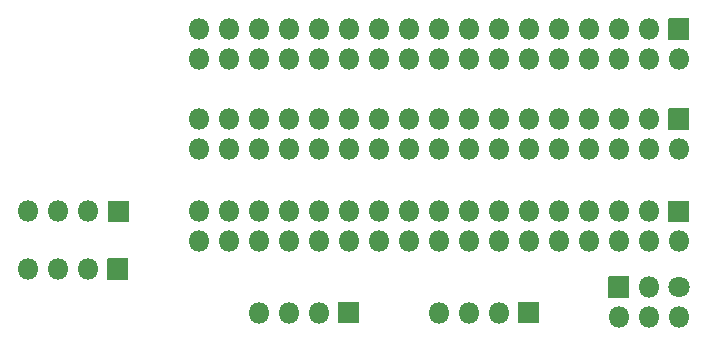
<source format=gbr>
G04 #@! TF.GenerationSoftware,KiCad,Pcbnew,(5.1.9)-1*
G04 #@! TF.CreationDate,2021-02-01T20:54:34+00:00*
G04 #@! TF.ProjectId,Amiga DF0 DF1 Switcher - Design B,416d6967-6120-4444-9630-204446312053,1*
G04 #@! TF.SameCoordinates,Original*
G04 #@! TF.FileFunction,Soldermask,Bot*
G04 #@! TF.FilePolarity,Negative*
%FSLAX46Y46*%
G04 Gerber Fmt 4.6, Leading zero omitted, Abs format (unit mm)*
G04 Created by KiCad (PCBNEW (5.1.9)-1) date 2021-02-01 20:54:34*
%MOMM*%
%LPD*%
G01*
G04 APERTURE LIST*
%ADD10O,1.802000X1.802000*%
%ADD11C,1.802000*%
G04 APERTURE END LIST*
D10*
X122682000Y-142240000D03*
X125222000Y-142240000D03*
X127762000Y-142240000D03*
G36*
G01*
X129452000Y-141339000D02*
X131152000Y-141339000D01*
G75*
G02*
X131203000Y-141390000I0J-51000D01*
G01*
X131203000Y-143090000D01*
G75*
G02*
X131152000Y-143141000I-51000J0D01*
G01*
X129452000Y-143141000D01*
G75*
G02*
X129401000Y-143090000I0J51000D01*
G01*
X129401000Y-141390000D01*
G75*
G02*
X129452000Y-141339000I51000J0D01*
G01*
G37*
X172720000Y-146304000D03*
G36*
G01*
X171870000Y-142863000D02*
X173570000Y-142863000D01*
G75*
G02*
X173621000Y-142914000I0J-51000D01*
G01*
X173621000Y-144614000D01*
G75*
G02*
X173570000Y-144665000I-51000J0D01*
G01*
X171870000Y-144665000D01*
G75*
G02*
X171819000Y-144614000I0J51000D01*
G01*
X171819000Y-142914000D01*
G75*
G02*
X171870000Y-142863000I51000J0D01*
G01*
G37*
X175260000Y-146304000D03*
X175260000Y-143764000D03*
X177800000Y-146304000D03*
D11*
X177800000Y-143764000D03*
D10*
X122732800Y-137350500D03*
X125272800Y-137350500D03*
X127812800Y-137350500D03*
G36*
G01*
X131202800Y-138251500D02*
X129502800Y-138251500D01*
G75*
G02*
X129451800Y-138200500I0J51000D01*
G01*
X129451800Y-136500500D01*
G75*
G02*
X129502800Y-136449500I51000J0D01*
G01*
X131202800Y-136449500D01*
G75*
G02*
X131253800Y-136500500I0J-51000D01*
G01*
X131253800Y-138200500D01*
G75*
G02*
X131202800Y-138251500I-51000J0D01*
G01*
G37*
X137160000Y-139890500D03*
X137160000Y-137350500D03*
X139700000Y-139890500D03*
X139700000Y-137350500D03*
X142240000Y-139890500D03*
X142240000Y-137350500D03*
X144780000Y-139890500D03*
X144780000Y-137350500D03*
X147320000Y-139890500D03*
X147320000Y-137350500D03*
X149860000Y-139890500D03*
X149860000Y-137350500D03*
X152400000Y-139890500D03*
X152400000Y-137350500D03*
X154940000Y-139890500D03*
X154940000Y-137350500D03*
X157480000Y-139890500D03*
X157480000Y-137350500D03*
X160020000Y-139890500D03*
X160020000Y-137350500D03*
X162560000Y-139890500D03*
X162560000Y-137350500D03*
X165100000Y-139890500D03*
X165100000Y-137350500D03*
X167640000Y-139890500D03*
X167640000Y-137350500D03*
X170180000Y-139890500D03*
X170180000Y-137350500D03*
X172720000Y-139890500D03*
X172720000Y-137350500D03*
X175260000Y-139890500D03*
X175260000Y-137350500D03*
X177800000Y-139890500D03*
G36*
G01*
X178650000Y-138251500D02*
X176950000Y-138251500D01*
G75*
G02*
X176899000Y-138200500I0J51000D01*
G01*
X176899000Y-136500500D01*
G75*
G02*
X176950000Y-136449500I51000J0D01*
G01*
X178650000Y-136449500D01*
G75*
G02*
X178701000Y-136500500I0J-51000D01*
G01*
X178701000Y-138200500D01*
G75*
G02*
X178650000Y-138251500I-51000J0D01*
G01*
G37*
G36*
G01*
X176950000Y-128639000D02*
X178650000Y-128639000D01*
G75*
G02*
X178701000Y-128690000I0J-51000D01*
G01*
X178701000Y-130390000D01*
G75*
G02*
X178650000Y-130441000I-51000J0D01*
G01*
X176950000Y-130441000D01*
G75*
G02*
X176899000Y-130390000I0J51000D01*
G01*
X176899000Y-128690000D01*
G75*
G02*
X176950000Y-128639000I51000J0D01*
G01*
G37*
X177800000Y-132080000D03*
X175260000Y-129540000D03*
X175260000Y-132080000D03*
X172720000Y-129540000D03*
X172720000Y-132080000D03*
X170180000Y-129540000D03*
X170180000Y-132080000D03*
X167640000Y-129540000D03*
X167640000Y-132080000D03*
X165100000Y-129540000D03*
X165100000Y-132080000D03*
X162560000Y-129540000D03*
X162560000Y-132080000D03*
X160020000Y-129540000D03*
X160020000Y-132080000D03*
X157480000Y-129540000D03*
X157480000Y-132080000D03*
X154940000Y-129540000D03*
X154940000Y-132080000D03*
X152400000Y-129540000D03*
X152400000Y-132080000D03*
X149860000Y-129540000D03*
X149860000Y-132080000D03*
X147320000Y-129540000D03*
X147320000Y-132080000D03*
X144780000Y-129540000D03*
X144780000Y-132080000D03*
X142240000Y-129540000D03*
X142240000Y-132080000D03*
X139700000Y-129540000D03*
X139700000Y-132080000D03*
X137160000Y-129540000D03*
X137160000Y-132080000D03*
G36*
G01*
X176950000Y-121019000D02*
X178650000Y-121019000D01*
G75*
G02*
X178701000Y-121070000I0J-51000D01*
G01*
X178701000Y-122770000D01*
G75*
G02*
X178650000Y-122821000I-51000J0D01*
G01*
X176950000Y-122821000D01*
G75*
G02*
X176899000Y-122770000I0J51000D01*
G01*
X176899000Y-121070000D01*
G75*
G02*
X176950000Y-121019000I51000J0D01*
G01*
G37*
X177800000Y-124460000D03*
X175260000Y-121920000D03*
X175260000Y-124460000D03*
X172720000Y-121920000D03*
X172720000Y-124460000D03*
X170180000Y-121920000D03*
X170180000Y-124460000D03*
X167640000Y-121920000D03*
X167640000Y-124460000D03*
X165100000Y-121920000D03*
X165100000Y-124460000D03*
X162560000Y-121920000D03*
X162560000Y-124460000D03*
X160020000Y-121920000D03*
X160020000Y-124460000D03*
X157480000Y-121920000D03*
X157480000Y-124460000D03*
X154940000Y-121920000D03*
X154940000Y-124460000D03*
X152400000Y-121920000D03*
X152400000Y-124460000D03*
X149860000Y-121920000D03*
X149860000Y-124460000D03*
X147320000Y-121920000D03*
X147320000Y-124460000D03*
X144780000Y-121920000D03*
X144780000Y-124460000D03*
X142240000Y-121920000D03*
X142240000Y-124460000D03*
X139700000Y-121920000D03*
X139700000Y-124460000D03*
X137160000Y-121920000D03*
X137160000Y-124460000D03*
G36*
G01*
X164250000Y-145022000D02*
X165950000Y-145022000D01*
G75*
G02*
X166001000Y-145073000I0J-51000D01*
G01*
X166001000Y-146773000D01*
G75*
G02*
X165950000Y-146824000I-51000J0D01*
G01*
X164250000Y-146824000D01*
G75*
G02*
X164199000Y-146773000I0J51000D01*
G01*
X164199000Y-145073000D01*
G75*
G02*
X164250000Y-145022000I51000J0D01*
G01*
G37*
X162560000Y-145923000D03*
X160020000Y-145923000D03*
X157480000Y-145923000D03*
G36*
G01*
X149010000Y-145022000D02*
X150710000Y-145022000D01*
G75*
G02*
X150761000Y-145073000I0J-51000D01*
G01*
X150761000Y-146773000D01*
G75*
G02*
X150710000Y-146824000I-51000J0D01*
G01*
X149010000Y-146824000D01*
G75*
G02*
X148959000Y-146773000I0J51000D01*
G01*
X148959000Y-145073000D01*
G75*
G02*
X149010000Y-145022000I51000J0D01*
G01*
G37*
X147320000Y-145923000D03*
X144780000Y-145923000D03*
X142240000Y-145923000D03*
M02*

</source>
